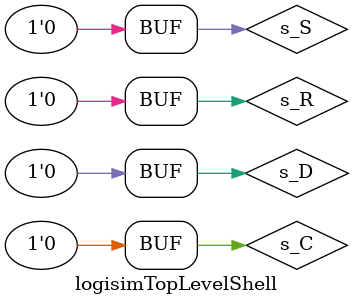
<source format=v>
/******************************************************************************
 ** Logisim-evolution goes FPGA automatic generated Verilog code             **
 ** https://github.com/logisim-evolution/                                    **
 **                                                                          **
 ** Component : logisimTopLevelShell                                         **
 **                                                                          **
 *****************************************************************************/

module logisimTopLevelShell(  );

   /*******************************************************************************
   ** The wires are defined here                                                 **
   *******************************************************************************/
   wire s_C;
   wire s_D;
   wire s_QCD;
   wire s_QCSR;
   wire s_QETD;
   wire s_QMSD;
   wire s_QMSSR;
   wire s_QSR;
   wire s_QbCD;
   wire s_QbCSR;
   wire s_QbETD;
   wire s_QbMSD;
   wire s_QbMSSR;
   wire s_QbSR;
   wire s_R;
   wire s_S;
   wire s_mQMSD;

   /*******************************************************************************
   ** The module functionality is described here                                 **
   *******************************************************************************/

   /*******************************************************************************
   ** All signal adaptations are performed here                                  **
   *******************************************************************************/
   assign s_C = 1'b0;
   assign s_D = 1'b0;
   assign s_R = 1'b0;
   assign s_S = 1'b0;

   /*******************************************************************************
   ** The toplevel component is connected here                                   **
   *******************************************************************************/
   main   CIRCUIT_0 (.C(s_C),
                     .D(s_D),
                     .QCD(s_QCD),
                     .QCSR(s_QCSR),
                     .QETD(s_QETD),
                     .QMSD(s_QMSD),
                     .QMSSR(s_QMSSR),
                     .QSR(s_QSR),
                     .QbCD(s_QbCD),
                     .QbCSR(s_QbCSR),
                     .QbETD(s_QbETD),
                     .QbMSD(s_QbMSD),
                     .QbMSSR(s_QbMSSR),
                     .QbSR(s_QbSR),
                     .R(s_R),
                     .S(s_S),
                     .mQMSD(s_mQMSD));
endmodule

</source>
